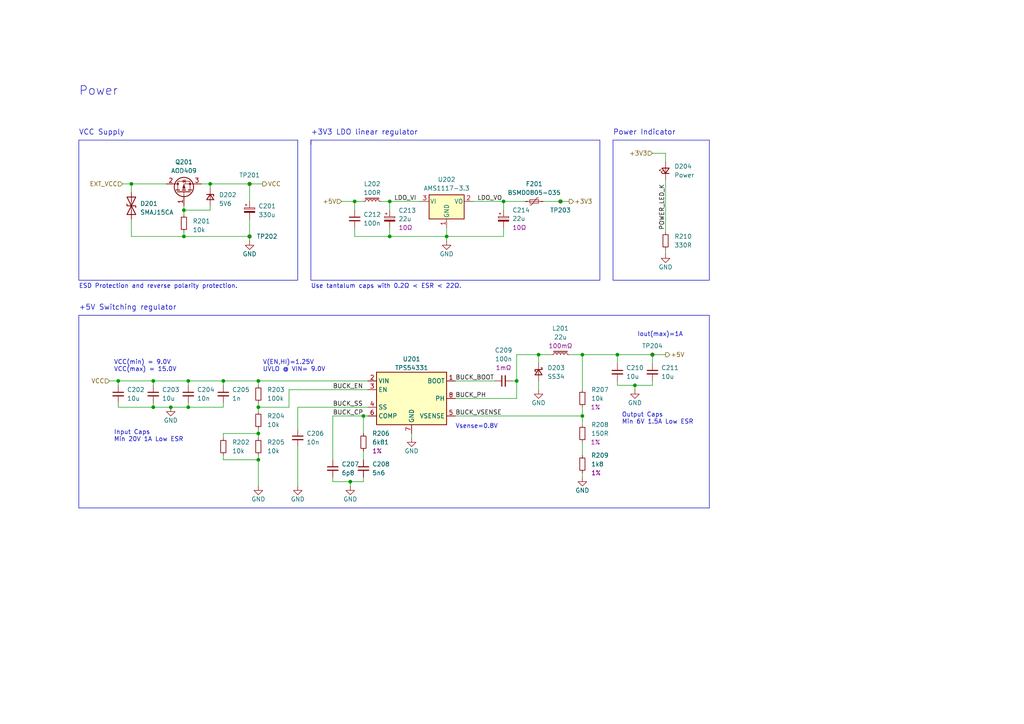
<source format=kicad_sch>
(kicad_sch (version 20221110) (generator eeschema)
  (paper "A4")
  (title_block (title "BD845-PWB SCH") (date "2022-11-27") (rev "1.0.0") (company "BlueDot, Vincenzo Fortunato"))
  (lib_symbols
    (symbol "Connector:TestPoint_Small" (pin_numbers hide) (pin_names (offset 0.762) hide)
      (property "Reference" "TP" (at 0 3.81 0))
      (property "Value" "TestPoint_Small" (at 0 2.032 0))
      (symbol "TestPoint_Small_0_1"
        (circle (center 0 0) (radius 0.508))
      )
      (symbol "TestPoint_Small_1_1"
        (pin passive line (at 0 0 90) (length 0) (name "1") (number "1"))
      )
    )
    (symbol "Device:C_Polarized_Small" (pin_numbers hide) (pin_names (offset 0.254) hide)
      (property "Reference" "C" (at 0.254 1.778 0))
      (property "Value" "C_Polarized_Small" (at 0.254 -2.032 0))
      (symbol "C_Polarized_Small_0_1"
        (rectangle (start -1.524 -0.3048) (end 1.524 -0.6858) (fill (type outline)))
        (rectangle (start -1.524 0.6858) (end 1.524 0.3048))
        (polyline (pts (xy -1.27 1.524) (xy -0.762 1.524)))
        (polyline (pts (xy -1.016 1.27) (xy -1.016 1.778)))
      )
      (symbol "C_Polarized_Small_1_1"
        (pin passive line (at 0 2.54 270) (length 1.8542) (name "~") (number "1"))
        (pin passive line (at 0 -2.54 90) (length 1.8542) (name "~") (number "2"))
      )
    )
    (symbol "Device:C_Small" (pin_numbers hide) (pin_names (offset 0.254) hide)
      (property "Reference" "C" (at 0.254 1.778 0))
      (property "Value" "C_Small" (at 0.254 -2.032 0))
      (symbol "C_Small_0_1"
        (polyline (pts (xy -1.524 -0.508) (xy 1.524 -0.508)) (stroke (width 0.3302)))
        (polyline (pts (xy -1.524 0.508) (xy 1.524 0.508)) (stroke (width 0.3048)))
      )
      (symbol "C_Small_1_1"
        (pin passive line (at 0 2.54 270) (length 2.032) (name "~") (number "1"))
        (pin passive line (at 0 -2.54 90) (length 2.032) (name "~") (number "2"))
      )
    )
    (symbol "Device:D_Schottky_Small" (pin_numbers hide) (pin_names (offset 0.254) hide)
      (property "Reference" "D" (at -1.27 2.032 0))
      (property "Value" "D_Schottky_Small" (at -7.112 -2.032 0))
      (symbol "D_Schottky_Small_0_1"
        (polyline (pts (xy -0.762 0) (xy 0.762 0)))
        (polyline (pts (xy 0.762 -1.016) (xy -0.762 0) (xy 0.762 1.016) (xy 0.762 -1.016)) (stroke (width 0.254)))
        (polyline (pts (xy -1.27 0.762) (xy -1.27 1.016) (xy -0.762 1.016) (xy -0.762 -1.016) (xy -0.254 -1.016) (xy -0.254 -0.762)) (stroke (width 0.254)))
      )
      (symbol "D_Schottky_Small_1_1"
        (pin passive line (at -2.54 0 0) (length 1.778) (name "K") (number "1"))
        (pin passive line (at 2.54 0 180) (length 1.778) (name "A") (number "2"))
      )
    )
    (symbol "Device:D_TVS" (pin_numbers hide) (pin_names (offset 1.016) hide)
      (property "Reference" "D" (at 0 2.54 0))
      (property "Value" "D_TVS" (at 0 -2.54 0))
      (symbol "D_TVS_0_1"
        (polyline (pts (xy 1.27 0) (xy -1.27 0)))
        (polyline (pts (xy 0.508 1.27) (xy 0 1.27) (xy 0 -1.27) (xy -0.508 -1.27)) (stroke (width 0.254)))
        (polyline (pts (xy -2.54 1.27) (xy -2.54 -1.27) (xy 2.54 1.27) (xy 2.54 -1.27) (xy -2.54 1.27)) (stroke (width 0.254)))
      )
      (symbol "D_TVS_1_1"
        (pin passive line (at -3.81 0 0) (length 2.54) (name "A1") (number "1"))
        (pin passive line (at 3.81 0 180) (length 2.54) (name "A2") (number "2"))
      )
    )
    (symbol "Device:D_Zener_Small" (pin_numbers hide) (pin_names (offset 0.254) hide)
      (property "Reference" "D" (at 0 2.286 0))
      (property "Value" "D_Zener_Small" (at 0 -2.286 0))
      (symbol "D_Zener_Small_0_1"
        (polyline (pts (xy 0.762 0) (xy -0.762 0)))
        (polyline (pts (xy -0.254 1.016) (xy -0.762 1.016) (xy -0.762 -1.016)) (stroke (width 0.254)))
        (polyline (pts (xy 0.762 1.016) (xy -0.762 0) (xy 0.762 -1.016) (xy 0.762 1.016)) (stroke (width 0.254)))
      )
      (symbol "D_Zener_Small_1_1"
        (pin passive line (at -2.54 0 0) (length 1.778) (name "K") (number "1"))
        (pin passive line (at 2.54 0 180) (length 1.778) (name "A") (number "2"))
      )
    )
    (symbol "Device:LED_Small" (pin_numbers hide) (pin_names (offset 0.254) hide)
      (property "Reference" "D" (at -1.27 3.175 0))
      (property "Value" "LED_Small" (at -4.445 -2.54 0))
      (symbol "LED_Small_0_1"
        (polyline (pts (xy -0.762 -1.016) (xy -0.762 1.016)) (stroke (width 0.254)))
        (polyline (pts (xy 1.016 0) (xy -0.762 0)))
        (polyline (pts (xy 0.762 -1.016) (xy -0.762 0) (xy 0.762 1.016) (xy 0.762 -1.016)) (stroke (width 0.254)))
        (polyline (pts (xy 0 0.762) (xy -0.508 1.27) (xy -0.254 1.27) (xy -0.508 1.27) (xy -0.508 1.016)))
        (polyline (pts (xy 0.508 1.27) (xy 0 1.778) (xy 0.254 1.778) (xy 0 1.778) (xy 0 1.524)))
      )
      (symbol "LED_Small_1_1"
        (pin passive line (at -2.54 0 0) (length 1.778) (name "K") (number "1"))
        (pin passive line (at 2.54 0 180) (length 1.778) (name "A") (number "2"))
      )
    )
    (symbol "Device:L_Iron_Small" (pin_numbers hide) (pin_names (offset 0.254) hide)
      (property "Reference" "L" (at 1.27 1.016 0))
      (property "Value" "L_Iron_Small" (at 1.27 -1.27 0))
      (symbol "L_Iron_Small_0_1"
        (arc (start 0 -2.032) (mid 0.5058 -1.524) (end 0 -1.016))
        (arc (start 0 -1.016) (mid 0.5058 -0.508) (end 0 0))
        (polyline (pts (xy 0.762 2.032) (xy 0.762 -2.032)))
        (polyline (pts (xy 1.016 -2.032) (xy 1.016 2.032)))
        (arc (start 0 0) (mid 0.5058 0.508) (end 0 1.016))
        (arc (start 0 1.016) (mid 0.5058 1.524) (end 0 2.032))
      )
      (symbol "L_Iron_Small_1_1"
        (pin passive line (at 0 2.54 270) (length 0.508) (name "~") (number "1"))
        (pin passive line (at 0 -2.54 90) (length 0.508) (name "~") (number "2"))
      )
    )
    (symbol "Device:Polyfuse_Small" (pin_numbers hide) (pin_names (offset 0))
      (property "Reference" "F" (at -1.905 0 90))
      (property "Value" "Polyfuse_Small" (at 1.905 0 90))
      (symbol "Polyfuse_Small_0_1"
        (rectangle (start -0.508 1.27) (end 0.508 -1.27))
        (polyline (pts (xy 0 2.54) (xy 0 -2.54)))
        (polyline (pts (xy -1.016 1.27) (xy -1.016 0.762) (xy 1.016 -0.762) (xy 1.016 -1.27)))
      )
      (symbol "Polyfuse_Small_1_1"
        (pin passive line (at 0 2.54 270) (length 0.635) (name "~") (number "1"))
        (pin passive line (at 0 -2.54 90) (length 0.635) (name "~") (number "2"))
      )
    )
    (symbol "Device:R_Small" (pin_numbers hide) (pin_names (offset 0.254) hide)
      (property "Reference" "R" (at 0.762 0.508 0))
      (property "Value" "R_Small" (at 0.762 -1.016 0))
      (symbol "R_Small_0_1"
        (rectangle (start -0.762 1.778) (end 0.762 -1.778) (stroke (width 0.2032)))
      )
      (symbol "R_Small_1_1"
        (pin passive line (at 0 2.54 270) (length 0.762) (name "~") (number "1"))
        (pin passive line (at 0 -2.54 90) (length 0.762) (name "~") (number "2"))
      )
    )
    (symbol "ProjectLibrary:AOD409" (pin_names hide)
      (property "Reference" "Q" (at 5.08 1.905 0))
      (property "Value" "AOD409" (at 5.08 0 0))
      (symbol "AOD409_0_1"
        (polyline (pts (xy 0.254 0) (xy -1.27 0)))
        (polyline (pts (xy 0.254 1.905) (xy 0.254 -1.905)) (stroke (width 0.254)))
        (polyline (pts (xy 0.762 -1.27) (xy 0.762 -2.286)) (stroke (width 0.254)))
        (polyline (pts (xy 0.762 0.508) (xy 0.762 -0.508)) (stroke (width 0.254)))
        (polyline (pts (xy 0.762 2.286) (xy 0.762 1.27)) (stroke (width 0.254)))
        (polyline (pts (xy 2.54 2.54) (xy 2.54 1.778)))
        (polyline (pts (xy 2.54 -2.54) (xy 2.54 0) (xy 0.762 0)))
        (polyline (pts (xy 0.762 1.778) (xy 3.302 1.778) (xy 3.302 -1.778) (xy 0.762 -1.778)))
        (polyline (pts (xy 2.286 0) (xy 1.27 0.381) (xy 1.27 -0.381) (xy 2.286 0)) (fill (type outline)))
        (polyline (pts (xy 2.794 -0.508) (xy 2.921 -0.381) (xy 3.683 -0.381) (xy 3.81 -0.254)))
        (polyline (pts (xy 3.302 -0.381) (xy 2.921 0.254) (xy 3.683 0.254) (xy 3.302 -0.381)))
        (circle (center 1.651 0) (radius 2.794) (stroke (width 0.254)))
        (circle (center 2.54 -1.778) (radius 0.254) (fill (type outline)))
        (circle (center 2.54 1.778) (radius 0.254) (fill (type outline)))
      )
      (symbol "AOD409_1_1"
        (pin input line (at -3.81 0 0) (length 2.54) (name "G") (number "1"))
        (pin passive line (at 2.54 5.08 270) (length 2.54) (name "D") (number "2"))
        (pin passive line (at 2.54 -5.08 90) (length 2.54) (name "S") (number "3"))
      )
    )
    (symbol "ProjectLibrary:TPS54331"
      (property "Reference" "U" (at -8.89 8.89 0))
      (property "Value" "TPS54331" (at 3.81 8.89 0))
      (symbol "TPS54331_1_1"
        (rectangle (start -10.16 7.62) (end 10.16 -7.62) (stroke (width 0.254)) (fill (type background)))
        (pin output line (at 12.7 5.08 180) (length 2.54) (name "BOOT") (number "1"))
        (pin power_in line (at -12.7 5.08 0) (length 2.54) (name "VIN") (number "2"))
        (pin input line (at -12.7 2.54 0) (length 2.54) (name "EN") (number "3"))
        (pin output line (at -12.7 -2.54 0) (length 2.54) (name "SS") (number "4"))
        (pin input line (at 12.7 -5.08 180) (length 2.54) (name "VSENSE") (number "5"))
        (pin output line (at -12.7 -5.08 0) (length 2.54) (name "COMP") (number "6"))
        (pin power_in line (at 0 -10.16 90) (length 2.54) (name "GND") (number "7"))
        (pin output line (at 12.7 0 180) (length 2.54) (name "PH") (number "8"))
      )
    )
    (symbol "Regulator_Linear:AMS1117-3.3" (pin_names (offset 0.254))
      (property "Reference" "U" (at -3.81 3.175 0))
      (property "Value" "AMS1117-3.3" (at 0 3.175 0))
      (symbol "AMS1117-3.3_0_1"
        (rectangle (start -5.08 -5.08) (end 5.08 1.905) (stroke (width 0.254)) (fill (type background)))
      )
      (symbol "AMS1117-3.3_1_1"
        (pin power_in line (at 0 -7.62 90) (length 2.54) (name "GND") (number "1"))
        (pin power_out line (at 7.62 0 180) (length 2.54) (name "VO") (number "2"))
        (pin power_in line (at -7.62 0 0) (length 2.54) (name "VI") (number "3"))
      )
    )
    (symbol "power:GND" (power) (pin_names (offset 0))
      (property "Value" "GND" (at 0 -3.81 0))
      (symbol "GND_0_1"
        (polyline (pts (xy 0 0) (xy 0 -1.27) (xy 1.27 -1.27) (xy 0 -2.54) (xy -1.27 -1.27) (xy 0 -1.27)))
      )
      (symbol "GND_1_1"
        (pin power_in line (at 0 0 270) (length 0) hide (name "GND") (number "1"))
      )
    )
  )
  (junction (at 74.93 125.73))
  (junction (at 184.15 111.76))
  (junction (at 105.41 120.65))
  (junction (at 49.53 118.11))
  (junction (at 54.61 118.11))
  (junction (at 38.1 53.34))
  (junction (at 113.03 58.42))
  (junction (at 53.34 68.58))
  (junction (at 34.29 110.49))
  (junction (at 156.21 102.87))
  (junction (at 146.05 58.42))
  (junction (at 44.45 118.11))
  (junction (at 129.54 68.58))
  (junction (at 189.23 102.87))
  (junction (at 74.93 110.49))
  (junction (at 53.34 60.96))
  (junction (at 60.96 53.34))
  (junction (at 113.03 68.58))
  (junction (at 149.86 110.49))
  (junction (at 179.07 102.87))
  (junction (at 74.93 133.35))
  (junction (at 102.87 58.42))
  (junction (at 74.93 118.11))
  (junction (at 64.77 110.49))
  (junction (at 162.56 58.42))
  (junction (at 72.39 68.58))
  (junction (at 72.39 53.34))
  (junction (at 54.61 110.49))
  (junction (at 101.6 139.7))
  (junction (at 168.91 102.87))
  (junction (at 168.91 120.65))
  (junction (at 44.45 110.49))
  (wire (pts (xy 156.21 102.87) (xy 149.86 102.87)))
  (wire (pts (xy 60.96 53.34) (xy 60.96 54.61)))
  (wire (pts (xy 101.6 139.7) (xy 105.41 139.7)))
  (polyline (pts (xy 173.99 81.28) (xy 173.99 40.64)))
  (wire (pts (xy 129.54 68.58) (xy 129.54 69.85)))
  (polyline (pts (xy 22.86 40.64) (xy 86.36 40.64)))
  (polyline (pts (xy 205.74 147.32) (xy 22.86 147.32)))
  (wire (pts (xy 179.07 102.87) (xy 189.23 102.87)))
  (wire (pts (xy 156.21 102.87) (xy 156.21 105.41)))
  (wire (pts (xy 64.77 125.73) (xy 74.93 125.73)))
  (wire (pts (xy 64.77 132.08) (xy 64.77 133.35)))
  (wire (pts (xy 72.39 53.34) (xy 76.2 53.34)))
  (wire (pts (xy 86.36 118.11) (xy 106.68 118.11)))
  (wire (pts (xy 193.04 52.07) (xy 193.04 67.31)))
  (wire (pts (xy 44.45 116.84) (xy 44.45 118.11)))
  (wire (pts (xy 168.91 128.27) (xy 168.91 132.08)))
  (wire (pts (xy 119.38 127) (xy 119.38 125.73)))
  (wire (pts (xy 72.39 69.85) (xy 72.39 68.58)))
  (wire (pts (xy 160.02 102.87) (xy 156.21 102.87)))
  (wire (pts (xy 54.61 110.49) (xy 44.45 110.49)))
  (wire (pts (xy 60.96 53.34) (xy 72.39 53.34)))
  (wire (pts (xy 110.49 58.42) (xy 113.03 58.42)))
  (wire (pts (xy 34.29 116.84) (xy 34.29 118.11)))
  (wire (pts (xy 179.07 105.41) (xy 179.07 102.87)))
  (wire (pts (xy 96.52 120.65) (xy 105.41 120.65)))
  (wire (pts (xy 132.08 120.65) (xy 168.91 120.65)))
  (wire (pts (xy 189.23 44.45) (xy 193.04 44.45)))
  (wire (pts (xy 34.29 118.11) (xy 44.45 118.11)))
  (wire (pts (xy 44.45 110.49) (xy 34.29 110.49)))
  (wire (pts (xy 113.03 66.04) (xy 113.03 68.58)))
  (wire (pts (xy 102.87 66.04) (xy 102.87 68.58)))
  (wire (pts (xy 54.61 118.11) (xy 54.61 116.84)))
  (wire (pts (xy 35.56 53.34) (xy 38.1 53.34)))
  (wire (pts (xy 132.08 115.57) (xy 149.86 115.57)))
  (wire (pts (xy 54.61 110.49) (xy 54.61 111.76)))
  (wire (pts (xy 105.41 130.81) (xy 105.41 133.35)))
  (polyline (pts (xy 35.56 81.28) (xy 86.36 81.28)))
  (wire (pts (xy 129.54 68.58) (xy 146.05 68.58)))
  (wire (pts (xy 96.52 139.7) (xy 101.6 139.7)))
  (polyline (pts (xy 86.36 40.64) (xy 86.36 81.28)))
  (wire (pts (xy 113.03 58.42) (xy 121.92 58.42)))
  (wire (pts (xy 189.23 111.76) (xy 189.23 110.49)))
  (wire (pts (xy 184.15 111.76) (xy 184.15 113.03)))
  (wire (pts (xy 64.77 118.11) (xy 64.77 116.84)))
  (wire (pts (xy 179.07 111.76) (xy 184.15 111.76)))
  (wire (pts (xy 53.34 60.96) (xy 53.34 62.23)))
  (polyline (pts (xy 22.86 81.28) (xy 22.86 40.64)))
  (wire (pts (xy 193.04 44.45) (xy 193.04 46.99)))
  (wire (pts (xy 83.82 113.03) (xy 106.68 113.03)))
  (polyline (pts (xy 179.07 40.64) (xy 205.74 40.64)))
  (wire (pts (xy 168.91 137.16) (xy 168.91 138.43)))
  (wire (pts (xy 64.77 110.49) (xy 64.77 111.76)))
  (wire (pts (xy 156.21 110.49) (xy 156.21 113.03)))
  (wire (pts (xy 38.1 68.58) (xy 38.1 63.5)))
  (polyline (pts (xy 177.8 40.64) (xy 177.8 81.28)))
  (wire (pts (xy 96.52 138.43) (xy 96.52 139.7)))
  (wire (pts (xy 189.23 102.87) (xy 193.04 102.87)))
  (wire (pts (xy 60.96 60.96) (xy 60.96 59.69)))
  (wire (pts (xy 105.41 120.65) (xy 105.41 125.73)))
  (polyline (pts (xy 205.74 91.44) (xy 205.74 147.32)))
  (wire (pts (xy 184.15 111.76) (xy 189.23 111.76)))
  (wire (pts (xy 53.34 68.58) (xy 72.39 68.58)))
  (wire (pts (xy 53.34 60.96) (xy 60.96 60.96)))
  (wire (pts (xy 74.93 124.46) (xy 74.93 125.73)))
  (wire (pts (xy 86.36 129.54) (xy 86.36 140.97)))
  (wire (pts (xy 74.93 118.11) (xy 74.93 119.38)))
  (wire (pts (xy 179.07 110.49) (xy 179.07 111.76)))
  (wire (pts (xy 146.05 58.42) (xy 152.4 58.42)))
  (polyline (pts (xy 90.17 40.64) (xy 90.17 81.28)))
  (wire (pts (xy 64.77 110.49) (xy 54.61 110.49)))
  (wire (pts (xy 72.39 53.34) (xy 72.39 58.42)))
  (wire (pts (xy 113.03 58.42) (xy 113.03 60.96)))
  (wire (pts (xy 31.75 110.49) (xy 34.29 110.49)))
  (wire (pts (xy 102.87 58.42) (xy 102.87 60.96)))
  (wire (pts (xy 38.1 53.34) (xy 48.26 53.34)))
  (wire (pts (xy 96.52 120.65) (xy 96.52 133.35)))
  (wire (pts (xy 105.41 58.42) (xy 102.87 58.42)))
  (wire (pts (xy 168.91 120.65) (xy 168.91 123.19)))
  (wire (pts (xy 149.86 110.49) (xy 148.59 110.49)))
  (wire (pts (xy 53.34 67.31) (xy 53.34 68.58)))
  (wire (pts (xy 132.08 110.49) (xy 143.51 110.49)))
  (polyline (pts (xy 90.17 81.28) (xy 173.99 81.28)))
  (wire (pts (xy 189.23 105.41) (xy 189.23 102.87)))
  (wire (pts (xy 83.82 113.03) (xy 83.82 118.11)))
  (wire (pts (xy 74.93 110.49) (xy 106.68 110.49)))
  (wire (pts (xy 149.86 115.57) (xy 149.86 110.49)))
  (wire (pts (xy 44.45 118.11) (xy 49.53 118.11)))
  (wire (pts (xy 64.77 133.35) (xy 74.93 133.35)))
  (wire (pts (xy 54.61 118.11) (xy 64.77 118.11)))
  (wire (pts (xy 74.93 116.84) (xy 74.93 118.11)))
  (wire (pts (xy 168.91 118.11) (xy 168.91 120.65)))
  (wire (pts (xy 74.93 111.76) (xy 74.93 110.49)))
  (wire (pts (xy 165.1 102.87) (xy 168.91 102.87)))
  (polyline (pts (xy 177.8 40.64) (xy 179.07 40.64)))
  (wire (pts (xy 113.03 68.58) (xy 129.54 68.58)))
  (wire (pts (xy 146.05 58.42) (xy 146.05 60.96)))
  (wire (pts (xy 102.87 68.58) (xy 113.03 68.58)))
  (polyline (pts (xy 35.56 81.28) (xy 22.86 81.28)))
  (polyline (pts (xy 177.8 81.28) (xy 205.74 81.28)))
  (wire (pts (xy 83.82 118.11) (xy 74.93 118.11)))
  (wire (pts (xy 86.36 118.11) (xy 86.36 124.46)))
  (wire (pts (xy 168.91 102.87) (xy 179.07 102.87)))
  (wire (pts (xy 105.41 138.43) (xy 105.41 139.7)))
  (wire (pts (xy 105.41 120.65) (xy 106.68 120.65)))
  (wire (pts (xy 157.48 58.42) (xy 162.56 58.42)))
  (polyline (pts (xy 22.86 91.44) (xy 22.86 147.32)))
  (wire (pts (xy 146.05 68.58) (xy 146.05 66.04)))
  (wire (pts (xy 74.93 133.35) (xy 74.93 140.97)))
  (wire (pts (xy 58.42 53.34) (xy 60.96 53.34)))
  (wire (pts (xy 99.06 58.42) (xy 102.87 58.42)))
  (wire (pts (xy 53.34 68.58) (xy 38.1 68.58)))
  (wire (pts (xy 149.86 102.87) (xy 149.86 110.49)))
  (wire (pts (xy 34.29 110.49) (xy 34.29 111.76)))
  (wire (pts (xy 64.77 127) (xy 64.77 125.73)))
  (wire (pts (xy 74.93 125.73) (xy 74.93 127)))
  (wire (pts (xy 193.04 73.66) (xy 193.04 72.39)))
  (polyline (pts (xy 205.74 81.28) (xy 205.74 40.64)))
  (wire (pts (xy 74.93 132.08) (xy 74.93 133.35)))
  (wire (pts (xy 101.6 139.7) (xy 101.6 140.97)))
  (polyline (pts (xy 173.99 40.64) (xy 90.17 40.64)))
  (wire (pts (xy 49.53 118.11) (xy 54.61 118.11)))
  (wire (pts (xy 137.16 58.42) (xy 146.05 58.42)))
  (wire (pts (xy 74.93 110.49) (xy 64.77 110.49)))
  (wire (pts (xy 44.45 110.49) (xy 44.45 111.76)))
  (wire (pts (xy 72.39 68.58) (xy 72.39 63.5)))
  (wire (pts (xy 129.54 66.04) (xy 129.54 68.58)))
  (wire (pts (xy 53.34 60.96) (xy 53.34 59.69)))
  (polyline (pts (xy 22.86 91.44) (xy 205.74 91.44)))
  (wire (pts (xy 168.91 113.03) (xy 168.91 102.87)))
  (polyline (pts (xy 90.17 40.64) (xy 90.17 41.91)))
  (wire (pts (xy 162.56 58.42) (xy 165.1 58.42)))
  (wire (pts (xy 38.1 55.88) (xy 38.1 53.34)))
  (text "Power Indicator" (at 177.8 39.37 0) (effects (font (size 1.524 1.524)) (justify left bottom)))
  (text "+3V3 LDO linear regulator" (at 90.17 39.37 0) (effects (font (size 1.524 1.524)) (justify left bottom)))
  (text "Iout(max)=1A" (at 198.12 97.79 0) (effects (font (size 1.27 1.27)) (justify right bottom)))
  (text "VCC(min) = 9.0V\nVCC(max) = 15.0V" (at 33.02 107.95 0) (effects (font (size 1.27 1.27)) (justify left bottom)))
  (text "+5V Switching regulator" (at 22.86 90.17 0) (effects (font (size 1.524 1.524)) (justify left bottom)))
  (text "V(EN,HI)=1.25V\nUVLO @ VIN= 9.0V\n" (at 76.2 107.95 0) (effects (font (size 1.27 1.27)) (justify left bottom)))
  (text "Output Caps \nMin 6V 1.5A Low ESR" (at 180.34 123.19 0) (effects (font (size 1.27 1.27)) (justify left bottom)))
  (text "Vsense=0.8V" (at 132.08 124.46 0) (effects (font (size 1.27 1.27)) (justify left bottom)))
  (text "Use tantalum caps with 0.2Ω < ESR < 22Ω." (at 90.17 83.82 0) (effects (font (size 1.27 1.27)) (justify left bottom)))
  (text "ESD Protection and reverse polarity protection." (at 22.86 83.82 0) (effects (font (size 1.27 1.27)) (justify left bottom)))
  (text "VCC Supply" (at 22.86 39.37 0) (effects (font (size 1.524 1.524)) (justify left bottom)))
  (text "Input Caps \nMin 20V 1A Low ESR\n" (at 33.02 128.27 0) (effects (font (size 1.27 1.27)) (justify left bottom)))
  (text "Power" (at 22.86 27.94 0) (effects (font (size 2.54 2.54)) (justify left bottom)))
  (label "BUCK_PH" (at 132.08 115.57 0))
  (label "POWER_LED_K" (at 193.04 53.34 270))
  (label "LDO_VI" (at 114.3 58.42 0))
  (label "BUCK_SS" (at 96.52 118.11 0))
  (label "BUCK_EN" (at 96.52 113.03 0))
  (label "BUCK_CP" (at 96.52 120.65 0))
  (label "BUCK_BOOT" (at 132.08 110.49 0))
  (label "BUCK_VSENSE" (at 132.08 120.65 0))
  (label "LDO_VO" (at 138.43 58.42 0))
  (hierarchical_label "VCC" (shape output) (at 76.2 53.34 0))
  (hierarchical_label "EXT_VCC" (shape input) (at 35.56 53.34 180))
  (hierarchical_label "+5V" (shape output) (at 193.04 102.87 0))
  (hierarchical_label "+5V" (shape input) (at 99.06 58.42 180))
  (hierarchical_label "VCC" (shape input) (at 31.75 110.49 180))
  (hierarchical_label "+3V3" (shape input) (at 189.23 44.45 180))
  (hierarchical_label "+3V3" (shape output) (at 165.1 58.42 0))
  (symbol (lib_id "Device:R_Small") (at 74.93 121.92 0) (unit 1)
    (property "Reference" "R204" (at 77.47 120.65 0) (effects (justify left)))
    (property "Value" "10k" (at 77.47 123.19 0) (effects (justify left)))
    (property "Footprint" "Resistor_SMD:R_0603_1608Metric" (effects hide))
  )
  (symbol (lib_id "ProjectLibrary:AOD409") (at 53.34 55.88 90) (unit 1)
    (property "Reference" "Q201" (at 53.34 46.99 90))
    (property "Value" "AOD409" (at 53.34 49.53 90))
    (property "Footprint" "Package_TO_SOT_SMD:TO-252-3_TabPin2" (effects hide))
    (property "Datasheet" "https://datasheet.lcsc.com/lcsc/1811091710_Alpha---Omega-Semicon-AOD409_C36220.pdf" (effects hide))
  )
  (symbol (lib_id "Device:D_TVS") (at 38.1 59.69 90) (unit 1)
    (property "Reference" "D201" (at 40.64 59.055 90) (effects (justify right)))
    (property "Value" "SMAJ15CA" (at 40.64 61.595 90) (effects (justify right)))
    (property "Footprint" "Diode_SMD:D_SMA" (effects hide))
  )
  (symbol (lib_id "power:GND") (at 193.04 73.66 0) (unit 1)
    (property "Reference" "#PWR?" (effects hide))
    (property "Value" "GND" (at 193.04 77.47 0))
    (instances (project "bd845-pwb" (path "" (reference "#PWR?") (unit 1) (value "GND") (footprint "")) (path "" (reference "#PWR0128") (unit 1) (value "GND") (footprint ""))))
  )
  (symbol (lib_id "Device:R_Small") (at 168.91 115.57 0) (unit 1)
    (property "Reference" "R207" (at 171.45 113.03 0) (effects (justify left)))
    (property "Value" "10k" (at 171.45 115.57 0) (effects (justify left)))
    (property "Footprint" "Resistor_SMD:R_0603_1608Metric" (effects hide))
    (property "Accuracy" "1%" (at 172.72 118.11 0))
  )
  (symbol (lib_id "Device:C_Polarized_Small") (at 113.03 63.5 0) (unit 1)
    (property "Reference" "C213" (at 115.57 61.0489 0) (effects (justify left)))
    (property "Value" "22u" (at 115.57 63.5 0) (effects (justify left)))
    (property "Footprint" "Capacitor_Tantalum_SMD:CP_EIA-3528-15_AVX-H" (effects hide))
    (property "ESR" "10Ω" (at 115.57 66.04 0) (effects (justify left)))
  )
  (symbol (lib_id "Device:C_Small") (at 179.07 107.95 0) (unit 1)
    (property "Reference" "C210" (at 181.61 106.68 0) (effects (justify left)))
    (property "Value" "10u" (at 181.61 109.22 0) (effects (justify left)))
    (property "Footprint" "Capacitor_SMD:C_0603_1608Metric" (effects hide))
  )
  (symbol (lib_id "Device:C_Small") (at 44.45 114.3 0) (unit 1)
    (property "Reference" "C203" (at 46.99 113.03 0) (effects (justify left)))
    (property "Value" "10u" (at 46.99 115.57 0) (effects (justify left)))
    (property "Footprint" "Capacitor_SMD:C_0603_1608Metric" (effects hide))
  )
  (symbol (lib_id "Connector:TestPoint_Small") (at 162.56 58.42 0) (unit 1)
    (property "Reference" "TP203" (at 162.56 60.96 0))
    (property "Value" "TestPoint_Small" (effects hide))
    (property "Footprint" "TestPoint:TestPoint_Pad_D1.0mm" (effects hide))
  )
  (symbol (lib_id "Device:D_Schottky_Small") (at 156.21 107.95 270) (unit 1)
    (property "Reference" "D203" (at 158.75 106.68 90) (effects (justify left)))
    (property "Value" "SS34" (at 158.75 109.22 90) (effects (justify left)))
    (property "Footprint" "Diode_SMD:D_SMA" (effects hide))
  )
  (symbol (lib_id "Device:L_Iron_Small") (at 107.95 58.42 90) (unit 1)
    (property "Reference" "L202" (at 107.95 53.34 90))
    (property "Value" "100R" (at 107.95 55.88 90))
    (property "Footprint" "Resistor_SMD:R_0805_2012Metric" (effects hide))
  )
  (symbol (lib_id "Device:C_Small") (at 54.61 114.3 0) (unit 1)
    (property "Reference" "C204" (at 57.15 113.03 0) (effects (justify left)))
    (property "Value" "10n" (at 57.15 115.57 0) (effects (justify left)))
    (property "Footprint" "Capacitor_SMD:C_0603_1608Metric" (effects hide))
  )
  (symbol (lib_id "power:GND") (at 119.38 127 0) (unit 1)
    (property "Reference" "#PWR0130" (effects hide))
    (property "Value" "GND" (at 119.38 130.81 0))
  )
  (symbol (lib_id "Device:R_Small") (at 105.41 128.27 0) (unit 1)
    (property "Reference" "R206" (at 107.95 125.7237 0) (effects (justify left)))
    (property "Value" "6k81" (at 107.95 128.2637 0) (effects (justify left)))
    (property "Footprint" "Resistor_SMD:R_0603_1608Metric" (effects hide))
    (property "Accuracy" "1%" (at 107.95 130.81 0) (effects (justify left)))
  )
  (symbol (lib_id "power:GND") (at 74.93 140.97 0) (unit 1)
    (property "Reference" "#PWR0123" (effects hide))
    (property "Value" "GND" (at 74.93 144.78 0))
  )
  (symbol (lib_id "Device:C_Small") (at 34.29 114.3 0) (unit 1)
    (property "Reference" "C202" (at 36.83 113.03 0) (effects (justify left)))
    (property "Value" "10u" (at 36.83 115.57 0) (effects (justify left)))
    (property "Footprint" "Capacitor_SMD:C_0603_1608Metric" (effects hide))
  )
  (symbol (lib_id "power:GND") (at 184.15 113.03 0) (unit 1)
    (property "Reference" "#PWR0127" (effects hide))
    (property "Value" "GND" (at 184.15 116.84 0))
  )
  (symbol (lib_id "Regulator_Linear:AMS1117-3.3") (at 129.54 58.42 0) (unit 1)
    (property "Reference" "U202" (at 129.54 52.07 0))
    (property "Value" "AMS1117-3.3" (at 129.54 54.61 0))
    (property "Footprint" "Package_TO_SOT_SMD:SOT-223-3_TabPin2" (effects hide))
    (property "Datasheet" "http://www.advanced-monolithic.com/pdf/ds1117.pdf" (effects hide))
  )
  (symbol (lib_id "ProjectLibrary:TPS54331") (at 119.38 115.57 0) (unit 1)
    (property "Reference" "U201" (at 119.38 104.14 0))
    (property "Value" "TPS54331" (at 119.38 106.68 0))
    (property "Footprint" "Package_SO:SOIC-8_3.9x4.9mm_P1.27mm" (effects hide))
    (property "Datasheet" "https://www.ti.com/lit/ds/symlink/tps54331.pdf" (effects hide))
  )
  (symbol (lib_id "Device:C_Small") (at 105.41 135.89 0) (unit 1)
    (property "Reference" "C208" (at 107.95 134.62 0) (effects (justify left)))
    (property "Value" "5n6" (at 107.95 137.16 0) (effects (justify left)))
    (property "Footprint" "Capacitor_SMD:C_0603_1608Metric" (effects hide))
  )
  (symbol (lib_id "power:GND") (at 86.36 140.97 0) (unit 1)
    (property "Reference" "#PWR0121" (effects hide))
    (property "Value" "GND" (at 86.36 144.78 0))
  )
  (symbol (lib_id "Device:C_Small") (at 86.36 127 0) (unit 1)
    (property "Reference" "C206" (at 88.9 125.73 0) (effects (justify left)))
    (property "Value" "10n" (at 88.9 128.27 0) (effects (justify left)))
    (property "Footprint" "Capacitor_SMD:C_0603_1608Metric" (effects hide))
  )
  (symbol (lib_id "Device:R_Small") (at 168.91 134.62 0) (unit 1)
    (property "Reference" "R209" (at 171.45 132.08 0) (effects (justify left)))
    (property "Value" "1k8" (at 171.45 134.62 0) (effects (justify left)))
    (property "Footprint" "Resistor_SMD:R_0603_1608Metric" (effects hide))
    (property "Accuracy" "1%" (at 171.45 137.16 0) (effects (justify left)))
  )
  (symbol (lib_id "Device:R_Small") (at 53.34 64.77 0) (unit 1)
    (property "Reference" "R201" (at 55.88 64.135 0) (effects (justify left)))
    (property "Value" "10k" (at 55.88 66.675 0) (effects (justify left)))
    (property "Footprint" "Resistor_SMD:R_0603_1608Metric" (effects hide))
  )
  (symbol (lib_id "Device:C_Polarized_Small") (at 146.05 63.5 0) (unit 1)
    (property "Reference" "C214" (at 148.59 60.96 0) (effects (justify left)))
    (property "Value" "22u" (at 148.59 63.4111 0) (effects (justify left)))
    (property "Footprint" "Capacitor_Tantalum_SMD:CP_EIA-3528-15_AVX-H" (effects hide))
    (property "ESR" "10Ω" (at 148.59 66.04 0) (effects (justify left)))
  )
  (symbol (lib_id "Device:Polyfuse_Small") (at 154.94 58.42 270) (unit 1)
    (property "Reference" "F201" (at 154.94 53.34 90))
    (property "Value" "BSMD0805-035" (at 154.94 55.88 90))
    (property "Footprint" "Fuse:Fuse_0805_2012Metric" (effects hide))
  )
  (symbol (lib_id "Device:D_Zener_Small") (at 60.96 57.15 270) (unit 1)
    (property "Reference" "D202" (at 63.5 56.515 90) (effects (justify left)))
    (property "Value" "5V6" (at 63.5 59.055 90) (effects (justify left)))
    (property "Footprint" "Diode_SMD:D_MiniMELF" (effects hide))
  )
  (symbol (lib_id "power:GND") (at 72.39 69.85 0) (unit 1)
    (property "Reference" "#PWR0120" (effects hide))
    (property "Value" "GND" (at 72.39 73.66 0))
  )
  (symbol (lib_id "Device:R_Small") (at 168.91 125.73 0) (unit 1)
    (property "Reference" "R208" (at 171.45 123.19 0) (effects (justify left)))
    (property "Value" "150R" (at 171.45 125.73 0) (effects (justify left)))
    (property "Footprint" "Resistor_SMD:R_0603_1608Metric" (effects hide))
    (property "Accuracy" "1%" (at 172.72 128.27 0))
  )
  (symbol (lib_id "power:GND") (at 129.54 69.85 0) (unit 1)
    (property "Reference" "#PWR?" (effects hide))
    (property "Value" "GND" (at 129.54 73.66 0))
    (instances (project "bd845-pwb" (path "" (reference "#PWR?") (unit 1) (value "GND") (footprint "")) (path "" (reference "#PWR0129") (unit 1) (value "GND") (footprint ""))))
  )
  (symbol (lib_id "power:GND") (at 49.53 118.11 0) (unit 1)
    (property "Reference" "#PWR0125" (effects hide))
    (property "Value" "GND" (at 49.53 121.92 0))
  )
  (symbol (lib_id "Device:R_Small") (at 74.93 114.3 0) (unit 1)
    (property "Reference" "R203" (at 77.47 113.03 0) (effects (justify left)))
    (property "Value" "100k" (at 77.47 115.57 0) (effects (justify left)))
    (property "Footprint" "Resistor_SMD:R_0603_1608Metric" (effects hide))
  )
  (symbol (lib_id "Device:R_Small") (at 193.04 69.85 180) (unit 1)
    (property "Reference" "R210" (at 195.58 68.58 0) (effects (justify right)))
    (property "Value" "330R" (at 195.58 71.12 0) (effects (justify right)))
    (property "Footprint" "Resistor_SMD:R_0603_1608Metric" (effects hide))
  )
  (symbol (lib_id "Device:L_Iron_Small") (at 162.56 102.87 90) (unit 1)
    (property "Reference" "L201" (at 162.56 95.25 90))
    (property "Value" "22u" (at 162.56 97.79 90))
    (property "Footprint" "Inductor_SMD:L_Taiyo-Yuden_NR-50xx" (effects hide))
    (property "ESR" "100mΩ" (at 162.56 100.33 90))
  )
  (symbol (lib_id "Device:C_Small") (at 102.87 63.5 0) (unit 1)
    (property "Reference" "C212" (at 105.41 62.23 0) (effects (justify left)))
    (property "Value" "100n" (at 105.41 64.77 0) (effects (justify left)))
    (property "Footprint" "Capacitor_SMD:C_0603_1608Metric" (effects hide))
  )
  (symbol (lib_id "Device:LED_Small") (at 193.04 49.53 90) (unit 1)
    (property "Reference" "D204" (at 195.58 48.26 90) (effects (justify right)))
    (property "Value" "Power" (at 195.58 50.8 90) (effects (justify right)))
    (property "Footprint" "LED_SMD:LED_0805_2012Metric" (effects hide))
  )
  (symbol (lib_id "Device:R_Small") (at 64.77 129.54 0) (unit 1)
    (property "Reference" "R202" (at 67.31 128.27 0) (effects (justify left)))
    (property "Value" "10k" (at 67.31 130.81 0) (effects (justify left)))
    (property "Footprint" "Resistor_SMD:R_0603_1608Metric" (effects hide))
  )
  (symbol (lib_id "Device:C_Small") (at 64.77 114.3 0) (unit 1)
    (property "Reference" "C205" (at 67.31 113.03 0) (effects (justify left)))
    (property "Value" "1n" (at 67.31 115.57 0) (effects (justify left)))
    (property "Footprint" "Capacitor_SMD:C_0603_1608Metric" (effects hide))
  )
  (symbol (lib_id "Device:C_Small") (at 189.23 107.95 0) (unit 1)
    (property "Reference" "C211" (at 191.77 106.68 0) (effects (justify left)))
    (property "Value" "10u" (at 191.77 109.22 0) (effects (justify left)))
    (property "Footprint" "Capacitor_SMD:C_0603_1608Metric" (effects hide))
  )
  (symbol (lib_id "power:GND") (at 168.91 138.43 0) (unit 1)
    (property "Reference" "#PWR0124" (effects hide))
    (property "Value" "GND" (at 168.91 142.24 0))
  )
  (symbol (lib_id "Device:C_Small") (at 146.05 110.49 90) (unit 1)
    (property "Reference" "C209" (at 146.05 101.6 90))
    (property "Value" "100n" (at 146.05 104.14 90))
    (property "Footprint" "Capacitor_SMD:C_0603_1608Metric" (effects hide))
    (property "ESR" "1mΩ" (at 146.05 106.68 90))
  )
  (symbol (lib_id "Connector:TestPoint_Small") (at 72.39 53.34 0) (unit 1)
    (property "Reference" "TP201" (at 72.39 50.8 0))
    (property "Value" "TestPoint_Small" (effects hide))
    (property "Footprint" "TestPoint:TestPoint_Pad_D1.0mm" (effects hide))
  )
  (symbol (lib_id "Device:R_Small") (at 74.93 129.54 0) (unit 1)
    (property "Reference" "R205" (at 77.47 128.27 0) (effects (justify left)))
    (property "Value" "10k" (at 77.47 130.81 0) (effects (justify left)))
    (property "Footprint" "Resistor_SMD:R_0603_1608Metric" (effects hide))
  )
  (symbol (lib_id "power:GND") (at 101.6 140.97 0) (unit 1)
    (property "Reference" "#PWR0122" (effects hide))
    (property "Value" "GND" (at 101.6 144.78 0))
  )
  (symbol (lib_id "Connector:TestPoint_Small") (at 189.23 102.87 0) (unit 1)
    (property "Reference" "TP204" (at 189.23 100.33 0))
    (property "Value" "TestPoint_Small" (effects hide))
    (property "Footprint" "TestPoint:TestPoint_Pad_D1.0mm" (effects hide))
  )
  (symbol (lib_id "power:GND") (at 156.21 113.03 0) (unit 1)
    (property "Reference" "#PWR0126" (effects hide))
    (property "Value" "GND" (at 156.21 116.84 0))
  )
  (symbol (lib_id "Device:C_Small") (at 96.52 135.89 0) (unit 1)
    (property "Reference" "C207" (at 99.06 134.62 0) (effects (justify left)))
    (property "Value" "6p8" (at 99.06 137.16 0) (effects (justify left)))
    (property "Footprint" "Capacitor_SMD:C_0603_1608Metric" (effects hide))
  )
  (symbol (lib_id "Connector:TestPoint_Small") (at 72.39 68.58 0) (unit 1)
    (property "Reference" "TP202" (at 77.47 68.58 0))
    (property "Value" "TestPoint_Small" (effects hide))
    (property "Footprint" "TestPoint:TestPoint_Pad_D1.0mm" (effects hide))
  )
  (symbol (lib_id "Device:C_Polarized_Small") (at 72.39 60.96 0) (unit 1)
    (property "Reference" "C201" (at 74.93 59.7789 0) (effects (justify left)))
    (property "Value" "330u" (at 74.93 62.3189 0) (effects (justify left)))
    (property "Footprint" "Capacitor_THT:CP_Radial_D8.0mm_P3.50mm" (effects hide))
  )
)
</source>
